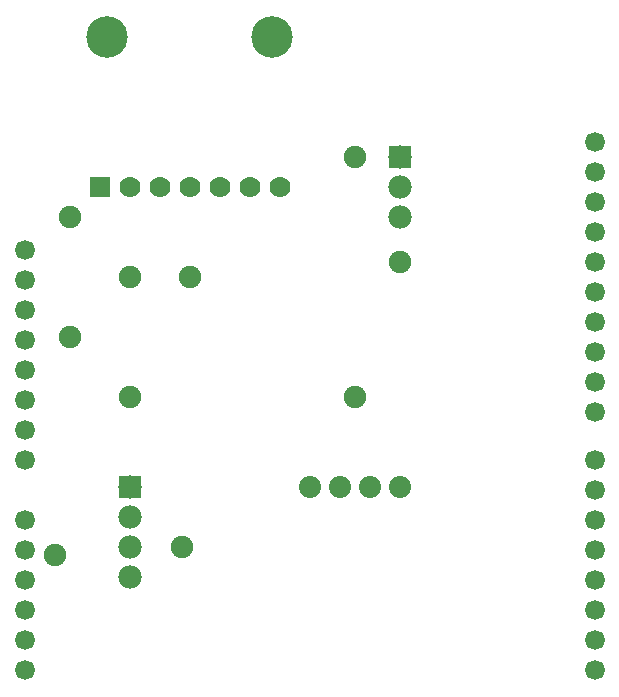
<source format=gtl>
G04 MADE WITH FRITZING*
G04 WWW.FRITZING.ORG*
G04 DOUBLE SIDED*
G04 HOLES PLATED*
G04 CONTOUR ON CENTER OF CONTOUR VECTOR*
%ASAXBY*%
%FSLAX23Y23*%
%MOIN*%
%OFA0B0*%
%SFA1.0B1.0*%
%ADD10C,0.075000*%
%ADD11C,0.078000*%
%ADD12C,0.138425*%
%ADD13C,0.070000*%
%ADD14C,0.073889*%
%ADD15C,0.066195*%
%ADD16C,0.066222*%
%ADD17R,0.078000X0.078000*%
%ADD18R,0.070000X0.070000*%
%LNCOPPER1*%
G90*
G70*
G54D10*
X3151Y2751D03*
X3151Y3551D03*
X2151Y2226D03*
X3301Y3201D03*
X2601Y3151D03*
X2576Y2251D03*
X2401Y2750D03*
X2401Y3150D03*
G54D11*
X2401Y2450D03*
X2401Y2350D03*
X2401Y2250D03*
X2401Y2150D03*
X3301Y3550D03*
X3301Y3450D03*
X3301Y3350D03*
G54D12*
X2326Y3950D03*
G54D13*
X2901Y3450D03*
X2301Y3450D03*
X2401Y3450D03*
G54D12*
X2876Y3950D03*
G54D13*
X2501Y3450D03*
X2601Y3450D03*
X2701Y3450D03*
X2801Y3450D03*
G54D14*
X3301Y2450D03*
X3201Y2450D03*
X3101Y2450D03*
X3001Y2450D03*
G54D10*
X2201Y2950D03*
X2201Y3350D03*
G54D15*
X2051Y2240D03*
X2051Y2140D03*
X2051Y2040D03*
X2051Y1940D03*
X2051Y1840D03*
G54D16*
X3951Y2700D03*
X3951Y2800D03*
X3951Y2900D03*
X3951Y3000D03*
X3951Y3100D03*
X3951Y3200D03*
X3951Y3300D03*
X3951Y3400D03*
X3951Y3500D03*
X3951Y3600D03*
X3951Y1840D03*
X3951Y1940D03*
X3951Y2040D03*
X3951Y2140D03*
X3951Y2240D03*
X3951Y2340D03*
X3951Y2440D03*
X3951Y2540D03*
G54D15*
X2051Y3140D03*
X2051Y3240D03*
X2051Y3040D03*
X2051Y2940D03*
X2051Y2840D03*
X2051Y2740D03*
X2051Y2640D03*
X2051Y2540D03*
X2051Y2340D03*
G54D17*
X2401Y2450D03*
X3301Y3550D03*
G54D18*
X2301Y3450D03*
G04 End of Copper1*
M02*
</source>
